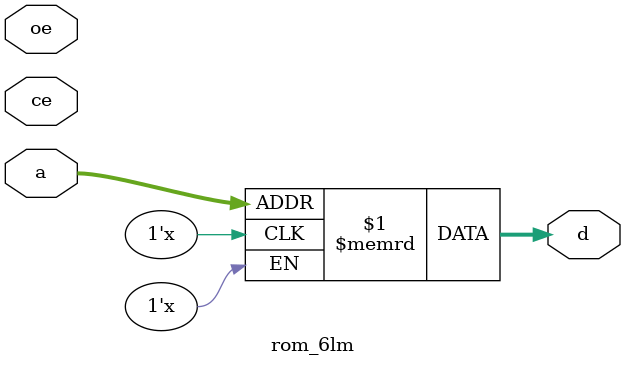
<source format=v>
module rom_6lm(
	       input [12:0] a,
	       output [7:0] d,
	       input 	    ce,
	       input 	    oe
	       );

   // 111
   // 2109876543210
   // 4215216318421
   // 000152426
   // 942268
   // 684
   
   reg [7:0] rom[0:8191];

`include "../roms/v3/rom_6lm.v"
   
   assign d = rom[a];

endmodule // rom_6lm

</source>
